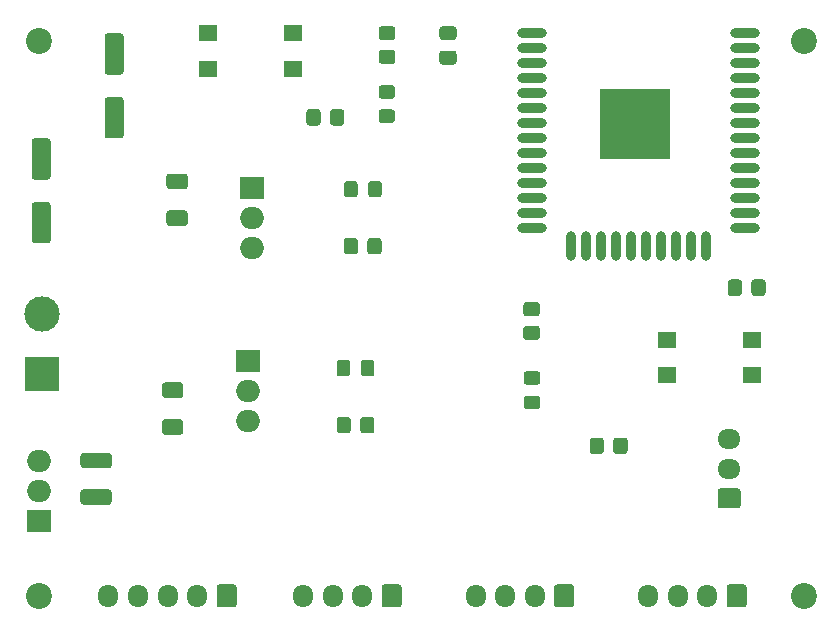
<source format=gbr>
%TF.GenerationSoftware,KiCad,Pcbnew,(5.1.12)-1*%
%TF.CreationDate,2022-01-20T18:25:14-05:00*%
%TF.ProjectId,PCB-ESP32S,5043422d-4553-4503-9332-532e6b696361,rev?*%
%TF.SameCoordinates,Original*%
%TF.FileFunction,Soldermask,Top*%
%TF.FilePolarity,Negative*%
%FSLAX46Y46*%
G04 Gerber Fmt 4.6, Leading zero omitted, Abs format (unit mm)*
G04 Created by KiCad (PCBNEW (5.1.12)-1) date 2022-01-20 18:25:14*
%MOMM*%
%LPD*%
G01*
G04 APERTURE LIST*
%ADD10C,2.200000*%
%ADD11O,1.950000X1.700000*%
%ADD12O,1.700000X1.950000*%
%ADD13O,2.000000X1.905000*%
%ADD14R,2.000000X1.905000*%
%ADD15R,1.600000X1.400000*%
%ADD16C,3.000000*%
%ADD17R,3.000000X3.000000*%
%ADD18R,6.000000X6.000000*%
%ADD19O,2.500000X0.900000*%
%ADD20O,0.900000X2.500000*%
G04 APERTURE END LIST*
D10*
%TO.C,*%
X173990000Y-78740000D03*
%TD*%
%TO.C,*%
X238760000Y-125730000D03*
%TD*%
%TO.C,*%
X238760000Y-78740000D03*
%TD*%
%TO.C,*%
X173990000Y-125730000D03*
%TD*%
D11*
%TO.C,J1*%
X232410000Y-112475000D03*
X232410000Y-114975000D03*
G36*
G01*
X233135000Y-118325000D02*
X231685000Y-118325000D01*
G75*
G02*
X231435000Y-118075000I0J250000D01*
G01*
X231435000Y-116875000D01*
G75*
G02*
X231685000Y-116625000I250000J0D01*
G01*
X233135000Y-116625000D01*
G75*
G02*
X233385000Y-116875000I0J-250000D01*
G01*
X233385000Y-118075000D01*
G75*
G02*
X233135000Y-118325000I-250000J0D01*
G01*
G37*
%TD*%
D12*
%TO.C,J3*%
X179865000Y-125730000D03*
X182365000Y-125730000D03*
X184865000Y-125730000D03*
X187365000Y-125730000D03*
G36*
G01*
X190715000Y-125005000D02*
X190715000Y-126455000D01*
G75*
G02*
X190465000Y-126705000I-250000J0D01*
G01*
X189265000Y-126705000D01*
G75*
G02*
X189015000Y-126455000I0J250000D01*
G01*
X189015000Y-125005000D01*
G75*
G02*
X189265000Y-124755000I250000J0D01*
G01*
X190465000Y-124755000D01*
G75*
G02*
X190715000Y-125005000I0J-250000D01*
G01*
G37*
%TD*%
%TO.C,J4*%
X196335000Y-125730000D03*
X198835000Y-125730000D03*
X201335000Y-125730000D03*
G36*
G01*
X204685000Y-125005000D02*
X204685000Y-126455000D01*
G75*
G02*
X204435000Y-126705000I-250000J0D01*
G01*
X203235000Y-126705000D01*
G75*
G02*
X202985000Y-126455000I0J250000D01*
G01*
X202985000Y-125005000D01*
G75*
G02*
X203235000Y-124755000I250000J0D01*
G01*
X204435000Y-124755000D01*
G75*
G02*
X204685000Y-125005000I0J-250000D01*
G01*
G37*
%TD*%
%TO.C,J5*%
X210940000Y-125730000D03*
X213440000Y-125730000D03*
X215940000Y-125730000D03*
G36*
G01*
X219290000Y-125005000D02*
X219290000Y-126455000D01*
G75*
G02*
X219040000Y-126705000I-250000J0D01*
G01*
X217840000Y-126705000D01*
G75*
G02*
X217590000Y-126455000I0J250000D01*
G01*
X217590000Y-125005000D01*
G75*
G02*
X217840000Y-124755000I250000J0D01*
G01*
X219040000Y-124755000D01*
G75*
G02*
X219290000Y-125005000I0J-250000D01*
G01*
G37*
%TD*%
%TO.C,TH1*%
X225545000Y-125730000D03*
X228045000Y-125730000D03*
X230545000Y-125730000D03*
G36*
G01*
X233895000Y-125005000D02*
X233895000Y-126455000D01*
G75*
G02*
X233645000Y-126705000I-250000J0D01*
G01*
X232445000Y-126705000D01*
G75*
G02*
X232195000Y-126455000I0J250000D01*
G01*
X232195000Y-125005000D01*
G75*
G02*
X232445000Y-124755000I250000J0D01*
G01*
X233645000Y-124755000D01*
G75*
G02*
X233895000Y-125005000I0J-250000D01*
G01*
G37*
%TD*%
%TO.C,R5*%
G36*
G01*
X177740999Y-116724000D02*
X179891001Y-116724000D01*
G75*
G02*
X180141000Y-116973999I0J-249999D01*
G01*
X180141000Y-117774001D01*
G75*
G02*
X179891001Y-118024000I-249999J0D01*
G01*
X177740999Y-118024000D01*
G75*
G02*
X177491000Y-117774001I0J249999D01*
G01*
X177491000Y-116973999D01*
G75*
G02*
X177740999Y-116724000I249999J0D01*
G01*
G37*
G36*
G01*
X177740999Y-113624000D02*
X179891001Y-113624000D01*
G75*
G02*
X180141000Y-113873999I0J-249999D01*
G01*
X180141000Y-114674001D01*
G75*
G02*
X179891001Y-114924000I-249999J0D01*
G01*
X177740999Y-114924000D01*
G75*
G02*
X177491000Y-114674001I0J249999D01*
G01*
X177491000Y-113873999D01*
G75*
G02*
X177740999Y-113624000I249999J0D01*
G01*
G37*
%TD*%
D13*
%TO.C,U3*%
X192024000Y-96291400D03*
X192024000Y-93751400D03*
D14*
X192024000Y-91211400D03*
%TD*%
D15*
%TO.C,SW2*%
X227146300Y-107062400D03*
X234346300Y-107062400D03*
X227146300Y-104062400D03*
X234346300Y-104062400D03*
%TD*%
%TO.C,SW1*%
X188271600Y-81103600D03*
X195471600Y-81103600D03*
X188271600Y-78103600D03*
X195471600Y-78103600D03*
%TD*%
%TO.C,R8*%
G36*
G01*
X221811900Y-112579999D02*
X221811900Y-113480001D01*
G75*
G02*
X221561901Y-113730000I-249999J0D01*
G01*
X220861899Y-113730000D01*
G75*
G02*
X220611900Y-113480001I0J249999D01*
G01*
X220611900Y-112579999D01*
G75*
G02*
X220861899Y-112330000I249999J0D01*
G01*
X221561901Y-112330000D01*
G75*
G02*
X221811900Y-112579999I0J-249999D01*
G01*
G37*
G36*
G01*
X223811900Y-112579999D02*
X223811900Y-113480001D01*
G75*
G02*
X223561901Y-113730000I-249999J0D01*
G01*
X222861899Y-113730000D01*
G75*
G02*
X222611900Y-113480001I0J249999D01*
G01*
X222611900Y-112579999D01*
G75*
G02*
X222861899Y-112330000I249999J0D01*
G01*
X223561901Y-112330000D01*
G75*
G02*
X223811900Y-112579999I0J-249999D01*
G01*
G37*
%TD*%
D13*
%TO.C,Q1*%
X173990000Y-114300000D03*
X173990000Y-116840000D03*
D14*
X173990000Y-119380000D03*
%TD*%
%TO.C,Cdes1*%
G36*
G01*
X209085200Y-78671000D02*
X208135200Y-78671000D01*
G75*
G02*
X207885200Y-78421000I0J250000D01*
G01*
X207885200Y-77746000D01*
G75*
G02*
X208135200Y-77496000I250000J0D01*
G01*
X209085200Y-77496000D01*
G75*
G02*
X209335200Y-77746000I0J-250000D01*
G01*
X209335200Y-78421000D01*
G75*
G02*
X209085200Y-78671000I-250000J0D01*
G01*
G37*
G36*
G01*
X209085200Y-80746000D02*
X208135200Y-80746000D01*
G75*
G02*
X207885200Y-80496000I0J250000D01*
G01*
X207885200Y-79821000D01*
G75*
G02*
X208135200Y-79571000I250000J0D01*
G01*
X209085200Y-79571000D01*
G75*
G02*
X209335200Y-79821000I0J-250000D01*
G01*
X209335200Y-80496000D01*
G75*
G02*
X209085200Y-80746000I-250000J0D01*
G01*
G37*
%TD*%
%TO.C,C2*%
G36*
G01*
X174717800Y-90490000D02*
X173617800Y-90490000D01*
G75*
G02*
X173367800Y-90240000I0J250000D01*
G01*
X173367800Y-87240000D01*
G75*
G02*
X173617800Y-86990000I250000J0D01*
G01*
X174717800Y-86990000D01*
G75*
G02*
X174967800Y-87240000I0J-250000D01*
G01*
X174967800Y-90240000D01*
G75*
G02*
X174717800Y-90490000I-250000J0D01*
G01*
G37*
G36*
G01*
X174717800Y-95890000D02*
X173617800Y-95890000D01*
G75*
G02*
X173367800Y-95640000I0J250000D01*
G01*
X173367800Y-92640000D01*
G75*
G02*
X173617800Y-92390000I250000J0D01*
G01*
X174717800Y-92390000D01*
G75*
G02*
X174967800Y-92640000I0J-250000D01*
G01*
X174967800Y-95640000D01*
G75*
G02*
X174717800Y-95890000I-250000J0D01*
G01*
G37*
%TD*%
D16*
%TO.C,J2*%
X174244000Y-101854000D03*
D17*
X174244000Y-106934000D03*
%TD*%
%TO.C,D2*%
G36*
G01*
X216172201Y-107868300D02*
X215272199Y-107868300D01*
G75*
G02*
X215022200Y-107618301I0J249999D01*
G01*
X215022200Y-106968299D01*
G75*
G02*
X215272199Y-106718300I249999J0D01*
G01*
X216172201Y-106718300D01*
G75*
G02*
X216422200Y-106968299I0J-249999D01*
G01*
X216422200Y-107618301D01*
G75*
G02*
X216172201Y-107868300I-249999J0D01*
G01*
G37*
G36*
G01*
X216172201Y-109918300D02*
X215272199Y-109918300D01*
G75*
G02*
X215022200Y-109668301I0J249999D01*
G01*
X215022200Y-109018299D01*
G75*
G02*
X215272199Y-108768300I249999J0D01*
G01*
X216172201Y-108768300D01*
G75*
G02*
X216422200Y-109018299I0J-249999D01*
G01*
X216422200Y-109668301D01*
G75*
G02*
X216172201Y-109918300I-249999J0D01*
G01*
G37*
%TD*%
%TO.C,D1*%
G36*
G01*
X203878601Y-85699400D02*
X202978599Y-85699400D01*
G75*
G02*
X202728600Y-85449401I0J249999D01*
G01*
X202728600Y-84799399D01*
G75*
G02*
X202978599Y-84549400I249999J0D01*
G01*
X203878601Y-84549400D01*
G75*
G02*
X204128600Y-84799399I0J-249999D01*
G01*
X204128600Y-85449401D01*
G75*
G02*
X203878601Y-85699400I-249999J0D01*
G01*
G37*
G36*
G01*
X203878601Y-83649400D02*
X202978599Y-83649400D01*
G75*
G02*
X202728600Y-83399401I0J249999D01*
G01*
X202728600Y-82749399D01*
G75*
G02*
X202978599Y-82499400I249999J0D01*
G01*
X203878601Y-82499400D01*
G75*
G02*
X204128600Y-82749399I0J-249999D01*
G01*
X204128600Y-83399401D01*
G75*
G02*
X203878601Y-83649400I-249999J0D01*
G01*
G37*
%TD*%
%TO.C,D3*%
G36*
G01*
X201228000Y-106901401D02*
X201228000Y-106001399D01*
G75*
G02*
X201477999Y-105751400I249999J0D01*
G01*
X202128001Y-105751400D01*
G75*
G02*
X202378000Y-106001399I0J-249999D01*
G01*
X202378000Y-106901401D01*
G75*
G02*
X202128001Y-107151400I-249999J0D01*
G01*
X201477999Y-107151400D01*
G75*
G02*
X201228000Y-106901401I0J249999D01*
G01*
G37*
G36*
G01*
X199178000Y-106901401D02*
X199178000Y-106001399D01*
G75*
G02*
X199427999Y-105751400I249999J0D01*
G01*
X200078001Y-105751400D01*
G75*
G02*
X200328000Y-106001399I0J-249999D01*
G01*
X200328000Y-106901401D01*
G75*
G02*
X200078001Y-107151400I-249999J0D01*
G01*
X199427999Y-107151400D01*
G75*
G02*
X199178000Y-106901401I0J249999D01*
G01*
G37*
%TD*%
%TO.C,C5*%
G36*
G01*
X186324002Y-91302000D02*
X185023998Y-91302000D01*
G75*
G02*
X184774000Y-91052002I0J249998D01*
G01*
X184774000Y-90226998D01*
G75*
G02*
X185023998Y-89977000I249998J0D01*
G01*
X186324002Y-89977000D01*
G75*
G02*
X186574000Y-90226998I0J-249998D01*
G01*
X186574000Y-91052002D01*
G75*
G02*
X186324002Y-91302000I-249998J0D01*
G01*
G37*
G36*
G01*
X186324002Y-94427000D02*
X185023998Y-94427000D01*
G75*
G02*
X184774000Y-94177002I0J249998D01*
G01*
X184774000Y-93351998D01*
G75*
G02*
X185023998Y-93102000I249998J0D01*
G01*
X186324002Y-93102000D01*
G75*
G02*
X186574000Y-93351998I0J-249998D01*
G01*
X186574000Y-94177002D01*
G75*
G02*
X186324002Y-94427000I-249998J0D01*
G01*
G37*
%TD*%
%TO.C,C3*%
G36*
G01*
X180890000Y-81600000D02*
X179790000Y-81600000D01*
G75*
G02*
X179540000Y-81350000I0J250000D01*
G01*
X179540000Y-78350000D01*
G75*
G02*
X179790000Y-78100000I250000J0D01*
G01*
X180890000Y-78100000D01*
G75*
G02*
X181140000Y-78350000I0J-250000D01*
G01*
X181140000Y-81350000D01*
G75*
G02*
X180890000Y-81600000I-250000J0D01*
G01*
G37*
G36*
G01*
X180890000Y-87000000D02*
X179790000Y-87000000D01*
G75*
G02*
X179540000Y-86750000I0J250000D01*
G01*
X179540000Y-83750000D01*
G75*
G02*
X179790000Y-83500000I250000J0D01*
G01*
X180890000Y-83500000D01*
G75*
G02*
X181140000Y-83750000I0J-250000D01*
G01*
X181140000Y-86750000D01*
G75*
G02*
X180890000Y-87000000I-250000J0D01*
G01*
G37*
%TD*%
%TO.C,C4*%
G36*
G01*
X185943002Y-108980400D02*
X184642998Y-108980400D01*
G75*
G02*
X184393000Y-108730402I0J249998D01*
G01*
X184393000Y-107905398D01*
G75*
G02*
X184642998Y-107655400I249998J0D01*
G01*
X185943002Y-107655400D01*
G75*
G02*
X186193000Y-107905398I0J-249998D01*
G01*
X186193000Y-108730402D01*
G75*
G02*
X185943002Y-108980400I-249998J0D01*
G01*
G37*
G36*
G01*
X185943002Y-112105400D02*
X184642998Y-112105400D01*
G75*
G02*
X184393000Y-111855402I0J249998D01*
G01*
X184393000Y-111030398D01*
G75*
G02*
X184642998Y-110780400I249998J0D01*
G01*
X185943002Y-110780400D01*
G75*
G02*
X186193000Y-111030398I0J-249998D01*
G01*
X186193000Y-111855402D01*
G75*
G02*
X185943002Y-112105400I-249998J0D01*
G01*
G37*
%TD*%
D13*
%TO.C,U2*%
X191643000Y-110896400D03*
X191643000Y-108356400D03*
D14*
X191643000Y-105816400D03*
%TD*%
%TO.C,R4*%
G36*
G01*
X216134101Y-102063600D02*
X215234099Y-102063600D01*
G75*
G02*
X214984100Y-101813601I0J249999D01*
G01*
X214984100Y-101113599D01*
G75*
G02*
X215234099Y-100863600I249999J0D01*
G01*
X216134101Y-100863600D01*
G75*
G02*
X216384100Y-101113599I0J-249999D01*
G01*
X216384100Y-101813601D01*
G75*
G02*
X216134101Y-102063600I-249999J0D01*
G01*
G37*
G36*
G01*
X216134101Y-104063600D02*
X215234099Y-104063600D01*
G75*
G02*
X214984100Y-103813601I0J249999D01*
G01*
X214984100Y-103113599D01*
G75*
G02*
X215234099Y-102863600I249999J0D01*
G01*
X216134101Y-102863600D01*
G75*
G02*
X216384100Y-103113599I0J-249999D01*
G01*
X216384100Y-103813601D01*
G75*
G02*
X216134101Y-104063600I-249999J0D01*
G01*
G37*
%TD*%
%TO.C,R2*%
G36*
G01*
X203904001Y-78695600D02*
X203003999Y-78695600D01*
G75*
G02*
X202754000Y-78445601I0J249999D01*
G01*
X202754000Y-77745599D01*
G75*
G02*
X203003999Y-77495600I249999J0D01*
G01*
X203904001Y-77495600D01*
G75*
G02*
X204154000Y-77745599I0J-249999D01*
G01*
X204154000Y-78445601D01*
G75*
G02*
X203904001Y-78695600I-249999J0D01*
G01*
G37*
G36*
G01*
X203904001Y-80695600D02*
X203003999Y-80695600D01*
G75*
G02*
X202754000Y-80445601I0J249999D01*
G01*
X202754000Y-79745599D01*
G75*
G02*
X203003999Y-79495600I249999J0D01*
G01*
X203904001Y-79495600D01*
G75*
G02*
X204154000Y-79745599I0J-249999D01*
G01*
X204154000Y-80445601D01*
G75*
G02*
X203904001Y-80695600I-249999J0D01*
G01*
G37*
%TD*%
%TO.C,R7*%
G36*
G01*
X201793300Y-96576301D02*
X201793300Y-95676299D01*
G75*
G02*
X202043299Y-95426300I249999J0D01*
G01*
X202743301Y-95426300D01*
G75*
G02*
X202993300Y-95676299I0J-249999D01*
G01*
X202993300Y-96576301D01*
G75*
G02*
X202743301Y-96826300I-249999J0D01*
G01*
X202043299Y-96826300D01*
G75*
G02*
X201793300Y-96576301I0J249999D01*
G01*
G37*
G36*
G01*
X199793300Y-96576301D02*
X199793300Y-95676299D01*
G75*
G02*
X200043299Y-95426300I249999J0D01*
G01*
X200743301Y-95426300D01*
G75*
G02*
X200993300Y-95676299I0J-249999D01*
G01*
X200993300Y-96576301D01*
G75*
G02*
X200743301Y-96826300I-249999J0D01*
G01*
X200043299Y-96826300D01*
G75*
G02*
X199793300Y-96576301I0J249999D01*
G01*
G37*
%TD*%
%TO.C,R6*%
G36*
G01*
X201187000Y-111727401D02*
X201187000Y-110827399D01*
G75*
G02*
X201436999Y-110577400I249999J0D01*
G01*
X202137001Y-110577400D01*
G75*
G02*
X202387000Y-110827399I0J-249999D01*
G01*
X202387000Y-111727401D01*
G75*
G02*
X202137001Y-111977400I-249999J0D01*
G01*
X201436999Y-111977400D01*
G75*
G02*
X201187000Y-111727401I0J249999D01*
G01*
G37*
G36*
G01*
X199187000Y-111727401D02*
X199187000Y-110827399D01*
G75*
G02*
X199436999Y-110577400I249999J0D01*
G01*
X200137001Y-110577400D01*
G75*
G02*
X200387000Y-110827399I0J-249999D01*
G01*
X200387000Y-111727401D01*
G75*
G02*
X200137001Y-111977400I-249999J0D01*
G01*
X199436999Y-111977400D01*
G75*
G02*
X199187000Y-111727401I0J249999D01*
G01*
G37*
%TD*%
%TO.C,R3*%
G36*
G01*
X234295900Y-100094201D02*
X234295900Y-99194199D01*
G75*
G02*
X234545899Y-98944200I249999J0D01*
G01*
X235245901Y-98944200D01*
G75*
G02*
X235495900Y-99194199I0J-249999D01*
G01*
X235495900Y-100094201D01*
G75*
G02*
X235245901Y-100344200I-249999J0D01*
G01*
X234545899Y-100344200D01*
G75*
G02*
X234295900Y-100094201I0J249999D01*
G01*
G37*
G36*
G01*
X232295900Y-100094201D02*
X232295900Y-99194199D01*
G75*
G02*
X232545899Y-98944200I249999J0D01*
G01*
X233245901Y-98944200D01*
G75*
G02*
X233495900Y-99194199I0J-249999D01*
G01*
X233495900Y-100094201D01*
G75*
G02*
X233245901Y-100344200I-249999J0D01*
G01*
X232545899Y-100344200D01*
G75*
G02*
X232295900Y-100094201I0J249999D01*
G01*
G37*
%TD*%
%TO.C,R1*%
G36*
G01*
X197821600Y-84766999D02*
X197821600Y-85667001D01*
G75*
G02*
X197571601Y-85917000I-249999J0D01*
G01*
X196871599Y-85917000D01*
G75*
G02*
X196621600Y-85667001I0J249999D01*
G01*
X196621600Y-84766999D01*
G75*
G02*
X196871599Y-84517000I249999J0D01*
G01*
X197571601Y-84517000D01*
G75*
G02*
X197821600Y-84766999I0J-249999D01*
G01*
G37*
G36*
G01*
X199821600Y-84766999D02*
X199821600Y-85667001D01*
G75*
G02*
X199571601Y-85917000I-249999J0D01*
G01*
X198871599Y-85917000D01*
G75*
G02*
X198621600Y-85667001I0J249999D01*
G01*
X198621600Y-84766999D01*
G75*
G02*
X198871599Y-84517000I249999J0D01*
G01*
X199571601Y-84517000D01*
G75*
G02*
X199821600Y-84766999I0J-249999D01*
G01*
G37*
%TD*%
%TO.C,D4*%
G36*
G01*
X201859300Y-91750301D02*
X201859300Y-90850299D01*
G75*
G02*
X202109299Y-90600300I249999J0D01*
G01*
X202759301Y-90600300D01*
G75*
G02*
X203009300Y-90850299I0J-249999D01*
G01*
X203009300Y-91750301D01*
G75*
G02*
X202759301Y-92000300I-249999J0D01*
G01*
X202109299Y-92000300D01*
G75*
G02*
X201859300Y-91750301I0J249999D01*
G01*
G37*
G36*
G01*
X199809300Y-91750301D02*
X199809300Y-90850299D01*
G75*
G02*
X200059299Y-90600300I249999J0D01*
G01*
X200709301Y-90600300D01*
G75*
G02*
X200959300Y-90850299I0J-249999D01*
G01*
X200959300Y-91750301D01*
G75*
G02*
X200709301Y-92000300I-249999J0D01*
G01*
X200059299Y-92000300D01*
G75*
G02*
X199809300Y-91750301I0J249999D01*
G01*
G37*
%TD*%
D18*
%TO.C,U1*%
X224437434Y-85812662D03*
D19*
X215737434Y-78112662D03*
X215737434Y-79382662D03*
X215737434Y-80652662D03*
X215737434Y-81922662D03*
X215737434Y-83192662D03*
X215737434Y-84462662D03*
X215737434Y-85732662D03*
X215737434Y-87002662D03*
X215737434Y-88272662D03*
X215737434Y-89542662D03*
X215737434Y-90812662D03*
X215737434Y-92082662D03*
X215737434Y-93352662D03*
X215737434Y-94622662D03*
D20*
X219022434Y-96112662D03*
X220292434Y-96112662D03*
X221562434Y-96112662D03*
X222832434Y-96112662D03*
X224102434Y-96112662D03*
X225372434Y-96112662D03*
X226642434Y-96112662D03*
X227912434Y-96112662D03*
X229182434Y-96112662D03*
X230452434Y-96112662D03*
D19*
X233737434Y-94622662D03*
X233737434Y-93352662D03*
X233737434Y-92082662D03*
X233737434Y-90812662D03*
X233737434Y-89542662D03*
X233737434Y-88272662D03*
X233737434Y-87002662D03*
X233737434Y-85732662D03*
X233737434Y-84462662D03*
X233737434Y-83192662D03*
X233737434Y-81922662D03*
X233737434Y-80652662D03*
X233737434Y-79382662D03*
X233737434Y-78112662D03*
%TD*%
M02*

</source>
